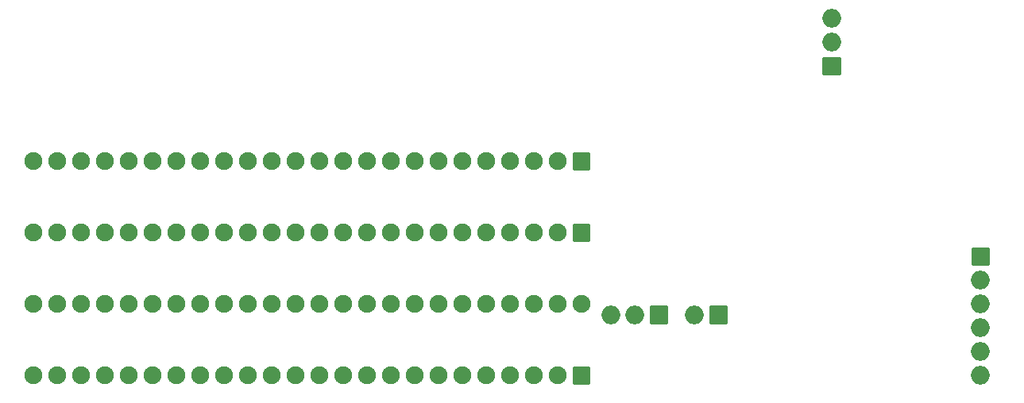
<source format=gbr>
G04 #@! TF.GenerationSoftware,KiCad,Pcbnew,(5.1.9)-1*
G04 #@! TF.CreationDate,2021-03-21T08:25:55+00:00*
G04 #@! TF.ProjectId,RGBtoHDMI Amiga Denise - solarmon,52474274-6f48-4444-9d49-20416d696761,1*
G04 #@! TF.SameCoordinates,Original*
G04 #@! TF.FileFunction,Soldermask,Bot*
G04 #@! TF.FilePolarity,Negative*
%FSLAX46Y46*%
G04 Gerber Fmt 4.6, Leading zero omitted, Abs format (unit mm)*
G04 Created by KiCad (PCBNEW (5.1.9)-1) date 2021-03-21 08:25:55*
%MOMM*%
%LPD*%
G01*
G04 APERTURE LIST*
%ADD10O,1.900000X1.900000*%
%ADD11O,2.000000X2.000000*%
%ADD12C,1.900000*%
G04 APERTURE END LIST*
D10*
X105283000Y-80391000D03*
X107823000Y-80391000D03*
X110363000Y-80391000D03*
X112903000Y-80391000D03*
X115443000Y-80391000D03*
X117983000Y-80391000D03*
X120523000Y-80391000D03*
X123063000Y-80391000D03*
X125603000Y-80391000D03*
X128143000Y-80391000D03*
X130683000Y-80391000D03*
X133223000Y-80391000D03*
X135763000Y-80391000D03*
X138303000Y-80391000D03*
X140843000Y-80391000D03*
X143383000Y-80391000D03*
X145923000Y-80391000D03*
X148463000Y-80391000D03*
X151003000Y-80391000D03*
X153543000Y-80391000D03*
X156083000Y-80391000D03*
X158623000Y-80391000D03*
X161163000Y-80391000D03*
G36*
G01*
X164503000Y-81341000D02*
X162903000Y-81341000D01*
G75*
G02*
X162753000Y-81191000I0J150000D01*
G01*
X162753000Y-79591000D01*
G75*
G02*
X162903000Y-79441000I150000J0D01*
G01*
X164503000Y-79441000D01*
G75*
G02*
X164653000Y-79591000I0J-150000D01*
G01*
X164653000Y-81191000D01*
G75*
G02*
X164503000Y-81341000I-150000J0D01*
G01*
G37*
X105283000Y-65151000D03*
X107823000Y-65151000D03*
X110363000Y-65151000D03*
X112903000Y-65151000D03*
X115443000Y-65151000D03*
X117983000Y-65151000D03*
X120523000Y-65151000D03*
X123063000Y-65151000D03*
X125603000Y-65151000D03*
X128143000Y-65151000D03*
X130683000Y-65151000D03*
X133223000Y-65151000D03*
X135763000Y-65151000D03*
X138303000Y-65151000D03*
X140843000Y-65151000D03*
X143383000Y-65151000D03*
X145923000Y-65151000D03*
X148463000Y-65151000D03*
X151003000Y-65151000D03*
X153543000Y-65151000D03*
X156083000Y-65151000D03*
X158623000Y-65151000D03*
X161163000Y-65151000D03*
G36*
G01*
X164503000Y-66101000D02*
X162903000Y-66101000D01*
G75*
G02*
X162753000Y-65951000I0J150000D01*
G01*
X162753000Y-64351000D01*
G75*
G02*
X162903000Y-64201000I150000J0D01*
G01*
X164503000Y-64201000D01*
G75*
G02*
X164653000Y-64351000I0J-150000D01*
G01*
X164653000Y-65951000D01*
G75*
G02*
X164503000Y-66101000I-150000J0D01*
G01*
G37*
D11*
X206248000Y-80391000D03*
X206248000Y-77851000D03*
X206248000Y-75311000D03*
X206248000Y-72771000D03*
X206248000Y-70231000D03*
G36*
G01*
X205248000Y-68541000D02*
X205248000Y-66841000D01*
G75*
G02*
X205398000Y-66691000I150000J0D01*
G01*
X207098000Y-66691000D01*
G75*
G02*
X207248000Y-66841000I0J-150000D01*
G01*
X207248000Y-68541000D01*
G75*
G02*
X207098000Y-68691000I-150000J0D01*
G01*
X205398000Y-68691000D01*
G75*
G02*
X205248000Y-68541000I0J150000D01*
G01*
G37*
G36*
G01*
X171108000Y-72914000D02*
X172808000Y-72914000D01*
G75*
G02*
X172958000Y-73064000I0J-150000D01*
G01*
X172958000Y-74764000D01*
G75*
G02*
X172808000Y-74914000I-150000J0D01*
G01*
X171108000Y-74914000D01*
G75*
G02*
X170958000Y-74764000I0J150000D01*
G01*
X170958000Y-73064000D01*
G75*
G02*
X171108000Y-72914000I150000J0D01*
G01*
G37*
X169418000Y-73914000D03*
X166878000Y-73914000D03*
X175768000Y-73914000D03*
G36*
G01*
X177458000Y-72914000D02*
X179158000Y-72914000D01*
G75*
G02*
X179308000Y-73064000I0J-150000D01*
G01*
X179308000Y-74764000D01*
G75*
G02*
X179158000Y-74914000I-150000J0D01*
G01*
X177458000Y-74914000D01*
G75*
G02*
X177308000Y-74764000I0J150000D01*
G01*
X177308000Y-73064000D01*
G75*
G02*
X177458000Y-72914000I150000J0D01*
G01*
G37*
X190373000Y-42291000D03*
X190373000Y-44831000D03*
G36*
G01*
X191373000Y-46521000D02*
X191373000Y-48221000D01*
G75*
G02*
X191223000Y-48371000I-150000J0D01*
G01*
X189523000Y-48371000D01*
G75*
G02*
X189373000Y-48221000I0J150000D01*
G01*
X189373000Y-46521000D01*
G75*
G02*
X189523000Y-46371000I150000J0D01*
G01*
X191223000Y-46371000D01*
G75*
G02*
X191373000Y-46521000I0J-150000D01*
G01*
G37*
G36*
G01*
X162903000Y-56581000D02*
X164503000Y-56581000D01*
G75*
G02*
X164653000Y-56731000I0J-150000D01*
G01*
X164653000Y-58331000D01*
G75*
G02*
X164503000Y-58481000I-150000J0D01*
G01*
X162903000Y-58481000D01*
G75*
G02*
X162753000Y-58331000I0J150000D01*
G01*
X162753000Y-56731000D01*
G75*
G02*
X162903000Y-56581000I150000J0D01*
G01*
G37*
D10*
X135763000Y-72771000D03*
X161163000Y-57531000D03*
X138303000Y-72771000D03*
X158623000Y-57531000D03*
X140843000Y-72771000D03*
X156083000Y-57531000D03*
X143383000Y-72771000D03*
X153543000Y-57531000D03*
X145923000Y-72771000D03*
X151003000Y-57531000D03*
X148463000Y-72771000D03*
X148463000Y-57531000D03*
X151003000Y-72771000D03*
X145923000Y-57531000D03*
X153543000Y-72771000D03*
X143383000Y-57531000D03*
X156083000Y-72771000D03*
X140843000Y-57531000D03*
X158623000Y-72771000D03*
X138303000Y-57531000D03*
X161163000Y-72771000D03*
X135763000Y-57531000D03*
X163703000Y-72771000D03*
D12*
X133223000Y-57531000D03*
D10*
X105283000Y-72771000D03*
X130683000Y-57531000D03*
X107823000Y-72771000D03*
X128143000Y-57531000D03*
X110363000Y-72771000D03*
X125603000Y-57531000D03*
X112903000Y-72771000D03*
X123063000Y-57531000D03*
X115443000Y-72771000D03*
X120523000Y-57531000D03*
X117983000Y-72771000D03*
X117983000Y-57531000D03*
X120523000Y-72771000D03*
X115443000Y-57531000D03*
X123063000Y-72771000D03*
X112903000Y-57531000D03*
X125603000Y-72771000D03*
X110363000Y-57531000D03*
X128143000Y-72771000D03*
X107823000Y-57531000D03*
X130683000Y-72771000D03*
X105283000Y-57531000D03*
X133223000Y-72771000D03*
M02*

</source>
